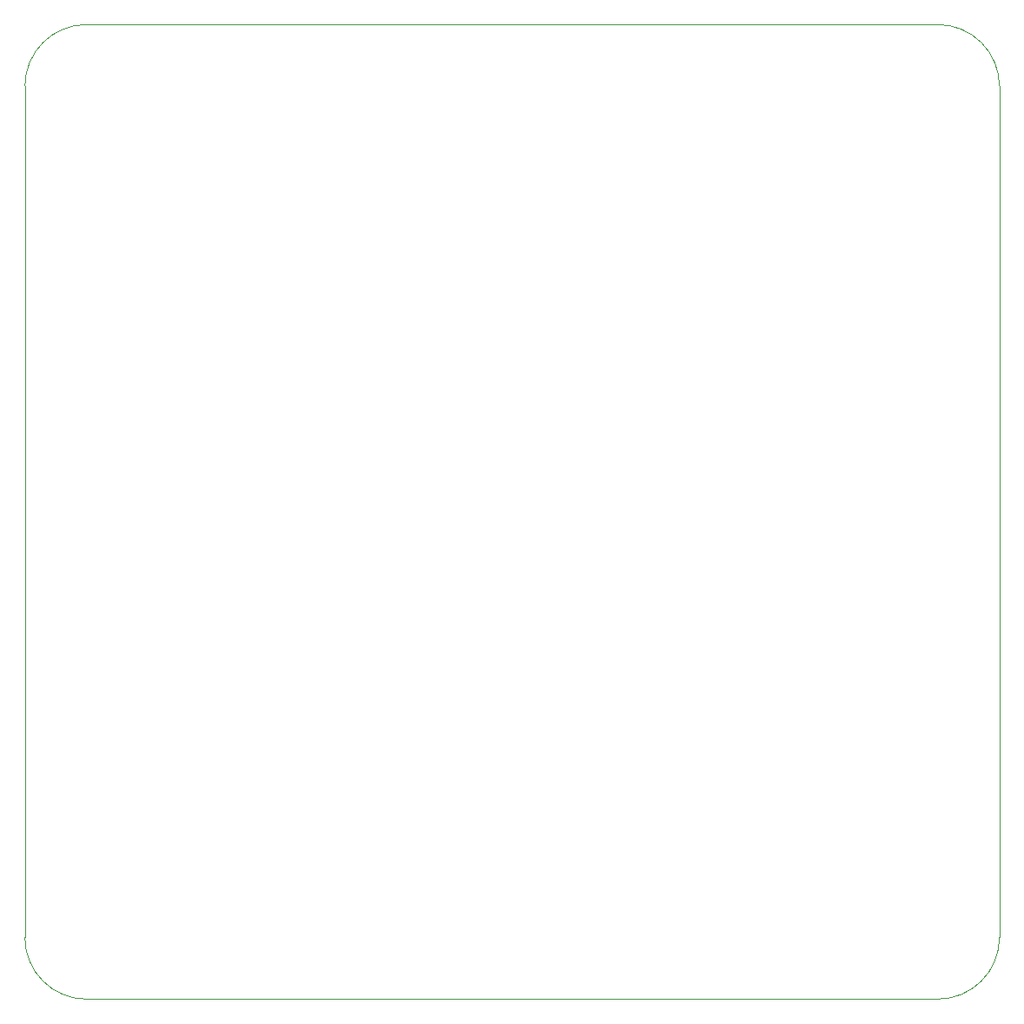
<source format=gbr>
G04 #@! TF.FileFunction,Profile,NP*
%FSLAX46Y46*%
G04 Gerber Fmt 4.6, Leading zero omitted, Abs format (unit mm)*
G04 Created by KiCad (PCBNEW (after 2015-mar-04 BZR unknown)-product) date 4/25/2015 5:34:19 PM*
%MOMM*%
G01*
G04 APERTURE LIST*
%ADD10C,0.150000*%
%ADD11C,0.100000*%
G04 APERTURE END LIST*
D10*
D11*
X90000000Y-154000000D02*
X90000000Y-71000000D01*
X179000000Y-160000000D02*
X96000000Y-160000000D01*
X185000000Y-71000000D02*
X185000000Y-154000000D01*
X96000000Y-65000000D02*
X179000000Y-65000000D01*
X90000000Y-154000000D02*
G75*
G03X96000000Y-160000000I6000000J0D01*
G01*
X179000000Y-160000000D02*
G75*
G03X185000000Y-154000000I0J6000000D01*
G01*
X185000000Y-71000000D02*
G75*
G03X179000000Y-65000000I-6000000J0D01*
G01*
X96000000Y-65000000D02*
G75*
G03X90000000Y-71000000I0J-6000000D01*
G01*
M02*

</source>
